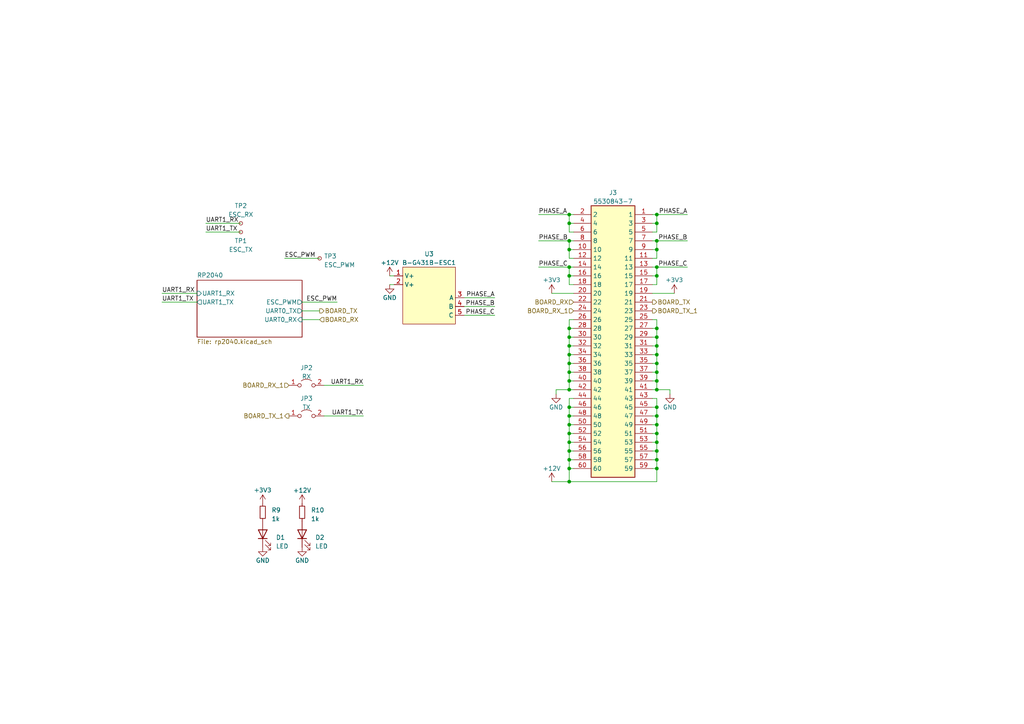
<source format=kicad_sch>
(kicad_sch (version 20230409) (generator eeschema)
  (paper "A4")
  (lib_symbols
    (symbol "B-G431B-ESC1:B-G431B-ESC1"
      (property "Reference" "U" (at -6.35 10.16 0))
      (property "Value" "B-G431B-ESC1" (at 0 -8.89 0))
      (symbol "B-G431B-ESC1_1_1"
        (rectangle (start -7.62 8.89) (end 7.62 -7.62) (fill (type background)))
        (pin power_in line (at -10.16 6.35 0) (length 2.54) (name "V+") (number "1"))
        (pin power_in line (at -10.16 3.81 0) (length 2.54) (name "V+") (number "2"))
        (pin output line (at 10.16 0 180) (length 2.54) (name "A") (number "3"))
        (pin output line (at 10.16 -2.54 180) (length 2.54) (name "B") (number "4"))
        (pin output line (at 10.16 -5.08 180) (length 2.54) (name "C") (number "5"))
      )
    )
    (symbol "Card_Edge:5530843-7"
      (property "Reference" "J" (at 19.05 7.62 0))
      (property "Value" "5530843-7" (at 19.05 5.08 0))
      (symbol "5530843-7_1_1"
        (rectangle (start 5.08 2.54) (end 17.78 -76.2) (stroke (width 0.254)) (fill (type background)))
        (pin passive line (at 22.86 0 180) (length 5.08) (name "1") (number "1"))
        (pin passive line (at 0 -10.16 0) (length 5.08) (name "10") (number "10"))
        (pin passive line (at 22.86 -12.7 180) (length 5.08) (name "11") (number "11"))
        (pin passive line (at 0 -12.7 0) (length 5.08) (name "12") (number "12"))
        (pin passive line (at 22.86 -15.24 180) (length 5.08) (name "13") (number "13"))
        (pin passive line (at 0 -15.24 0) (length 5.08) (name "14") (number "14"))
        (pin passive line (at 22.86 -17.78 180) (length 5.08) (name "15") (number "15"))
        (pin passive line (at 0 -17.78 0) (length 5.08) (name "16") (number "16"))
        (pin passive line (at 22.86 -20.32 180) (length 5.08) (name "17") (number "17"))
        (pin passive line (at 0 -20.32 0) (length 5.08) (name "18") (number "18"))
        (pin passive line (at 22.86 -22.86 180) (length 5.08) (name "19") (number "19"))
        (pin passive line (at 0 0 0) (length 5.08) (name "2") (number "2"))
        (pin passive line (at 0 -22.86 0) (length 5.08) (name "20") (number "20"))
        (pin passive line (at 22.86 -25.4 180) (length 5.08) (name "21") (number "21"))
        (pin passive line (at 0 -25.4 0) (length 5.08) (name "22") (number "22"))
        (pin passive line (at 22.86 -27.94 180) (length 5.08) (name "23") (number "23"))
        (pin passive line (at 0 -27.94 0) (length 5.08) (name "24") (number "24"))
        (pin passive line (at 22.86 -30.48 180) (length 5.08) (name "25") (number "25"))
        (pin passive line (at 0 -30.48 0) (length 5.08) (name "26") (number "26"))
        (pin passive line (at 22.86 -33.02 180) (length 5.08) (name "27") (number "27"))
        (pin passive line (at 0 -33.02 0) (length 5.08) (name "28") (number "28"))
        (pin passive line (at 22.86 -35.56 180) (length 5.08) (name "29") (number "29"))
        (pin passive line (at 22.86 -2.54 180) (length 5.08) (name "3") (number "3"))
        (pin passive line (at 0 -35.56 0) (length 5.08) (name "30") (number "30"))
        (pin passive line (at 22.86 -38.1 180) (length 5.08) (name "31") (number "31"))
        (pin passive line (at 0 -38.1 0) (length 5.08) (name "32") (number "32"))
        (pin passive line (at 22.86 -40.64 180) (length 5.08) (name "33") (number "33"))
        (pin passive line (at 0 -40.64 0) (length 5.08) (name "34") (number "34"))
        (pin passive line (at 22.86 -43.18 180) (length 5.08) (name "35") (number "35"))
        (pin passive line (at 0 -43.18 0) (length 5.08) (name "36") (number "36"))
        (pin passive line (at 22.86 -45.72 180) (length 5.08) (name "37") (number "37"))
        (pin passive line (at 0 -45.72 0) (length 5.08) (name "38") (number "38"))
        (pin passive line (at 22.86 -48.26 180) (length 5.08) (name "39") (number "39"))
        (pin passive line (at 0 -2.54 0) (length 5.08) (name "4") (number "4"))
        (pin passive line (at 0 -48.26 0) (length 5.08) (name "40") (number "40"))
        (pin passive line (at 22.86 -50.8 180) (length 5.08) (name "41") (number "41"))
        (pin passive line (at 0 -50.8 0) (length 5.08) (name "42") (number "42"))
        (pin passive line (at 22.86 -53.34 180) (length 5.08) (name "43") (number "43"))
        (pin passive line (at 0 -53.34 0) (length 5.08) (name "44") (number "44"))
        (pin passive line (at 22.86 -55.88 180) (length 5.08) (name "45") (number "45"))
        (pin passive line (at 0 -55.88 0) (length 5.08) (name "46") (number "46"))
        (pin passive line (at 22.86 -58.42 180) (length 5.08) (name "47") (number "47"))
        (pin passive line (at 0 -58.42 0) (length 5.08) (name "48") (number "48"))
        (pin passive line (at 22.86 -60.96 180) (length 5.08) (name "49") (number "49"))
        (pin passive line (at 22.86 -5.08 180) (length 5.08) (name "5") (number "5"))
        (pin passive line (at 0 -60.96 0) (length 5.08) (name "50") (number "50"))
        (pin passive line (at 22.86 -63.5 180) (length 5.08) (name "51") (number "51"))
        (pin passive line (at 0 -63.5 0) (length 5.08) (name "52") (number "52"))
        (pin passive line (at 22.86 -66.04 180) (length 5.08) (name "53") (number "53"))
        (pin passive line (at 0 -66.04 0) (length 5.08) (name "54") (number "54"))
        (pin passive line (at 22.86 -68.58 180) (length 5.08) (name "55") (number "55"))
        (pin passive line (at 0 -68.58 0) (length 5.08) (name "56") (number "56"))
        (pin passive line (at 22.86 -71.12 180) (length 5.08) (name "57") (number "57"))
        (pin passive line (at 0 -71.12 0) (length 5.08) (name "58") (number "58"))
        (pin passive line (at 22.86 -73.66 180) (length 5.08) (name "59") (number "59"))
        (pin passive line (at 0 -5.08 0) (length 5.08) (name "6") (number "6"))
        (pin passive line (at 0 -73.66 0) (length 5.08) (name "60") (number "60"))
        (pin passive line (at 22.86 -7.62 180) (length 5.08) (name "7") (number "7"))
        (pin passive line (at 0 -7.62 0) (length 5.08) (name "8") (number "8"))
        (pin passive line (at 22.86 -10.16 180) (length 5.08) (name "9") (number "9"))
      )
    )
    (symbol "Connector:TestPoint_Small" (pin_numbers hide) (pin_names (offset 0.762) hide)
      (property "Reference" "TP" (at 0 3.81 0))
      (property "Value" "TestPoint_Small" (at 0 2.032 0))
      (symbol "TestPoint_Small_0_1"
        (circle (center 0 0) (radius 0.508))
      )
      (symbol "TestPoint_Small_1_1"
        (pin passive line (at 0 0 90) (length 0) (name "1") (number "1"))
      )
    )
    (symbol "Device:LED" (pin_numbers hide) (pin_names (offset 1.016) hide)
      (property "Reference" "D" (at 0 2.54 0))
      (property "Value" "LED" (at 0 -2.54 0))
      (symbol "LED_0_1"
        (polyline (pts (xy -1.27 -1.27) (xy -1.27 1.27)) (stroke (width 0.254)))
        (polyline (pts (xy -1.27 0) (xy 1.27 0)))
        (polyline (pts (xy 1.27 -1.27) (xy 1.27 1.27) (xy -1.27 0) (xy 1.27 -1.27)) (stroke (width 0.254)))
        (polyline (pts (xy -3.048 -0.762) (xy -4.572 -2.286) (xy -3.81 -2.286) (xy -4.572 -2.286) (xy -4.572 -1.524)))
        (polyline (pts (xy -1.778 -0.762) (xy -3.302 -2.286) (xy -2.54 -2.286) (xy -3.302 -2.286) (xy -3.302 -1.524)))
      )
      (symbol "LED_1_1"
        (pin passive line (at -3.81 0 0) (length 2.54) (name "K") (number "1"))
        (pin passive line (at 3.81 0 180) (length 2.54) (name "A") (number "2"))
      )
    )
    (symbol "Device:R_Small" (pin_numbers hide) (pin_names (offset 0.254) hide)
      (property "Reference" "R" (at 0.762 0.508 0))
      (property "Value" "R_Small" (at 0.762 -1.016 0))
      (symbol "R_Small_0_1"
        (rectangle (start -0.762 1.778) (end 0.762 -1.778) (stroke (width 0.2032)))
      )
      (symbol "R_Small_1_1"
        (pin passive line (at 0 2.54 270) (length 0.762) (name "~") (number "1"))
        (pin passive line (at 0 -2.54 90) (length 0.762) (name "~") (number "2"))
      )
    )
    (symbol "Jumper:Jumper_2_Open" (pin_names (offset 0) hide)
      (property "Reference" "JP" (at 0 2.794 0))
      (property "Value" "Jumper_2_Open" (at 0 -2.286 0))
      (symbol "Jumper_2_Open_0_0"
        (circle (center -2.032 0) (radius 0.508))
        (circle (center 2.032 0) (radius 0.508))
      )
      (symbol "Jumper_2_Open_0_1"
        (arc (start 1.524 1.27) (mid 0 1.778) (end -1.524 1.27))
      )
      (symbol "Jumper_2_Open_1_1"
        (pin passive line (at -5.08 0 0) (length 2.54) (name "A") (number "1"))
        (pin passive line (at 5.08 0 180) (length 2.54) (name "B") (number "2"))
      )
    )
    (symbol "power:+12V" (power) (pin_names (offset 0))
      (property "Value" "+12V" (at 0 3.556 0))
      (symbol "+12V_0_1"
        (polyline (pts (xy -0.762 1.27) (xy 0 2.54)))
        (polyline (pts (xy 0 0) (xy 0 2.54)))
        (polyline (pts (xy 0 2.54) (xy 0.762 1.27)))
      )
      (symbol "+12V_1_1"
        (pin power_in line (at 0 0 90) (length 0) hide (name "+12V") (number "1"))
      )
    )
    (symbol "power:+3.3V" (power) (pin_names (offset 0))
      (property "Value" "+3.3V" (at 0 3.556 0))
      (symbol "+3.3V_0_1"
        (polyline (pts (xy -0.762 1.27) (xy 0 2.54)))
        (polyline (pts (xy 0 0) (xy 0 2.54)))
        (polyline (pts (xy 0 2.54) (xy 0.762 1.27)))
      )
      (symbol "+3.3V_1_1"
        (pin power_in line (at 0 0 90) (length 0) hide (name "+3.3V") (number "1"))
      )
    )
    (symbol "power:GND" (power) (pin_names (offset 0))
      (property "Value" "GND" (at 0 -3.81 0))
      (symbol "GND_0_1"
        (polyline (pts (xy 0 0) (xy 0 -1.27) (xy 1.27 -1.27) (xy 0 -2.54) (xy -1.27 -1.27) (xy 0 -1.27)))
      )
      (symbol "GND_1_1"
        (pin power_in line (at 0 0 270) (length 0) hide (name "GND") (number "1"))
      )
    )
  )
  (junction (at 165.1 77.47))
  (junction (at 165.1 118.11))
  (junction (at 190.5 80.01))
  (junction (at 165.1 139.7))
  (junction (at 165.1 130.81))
  (junction (at 190.5 62.23))
  (junction (at 165.1 62.23))
  (junction (at 165.1 125.73))
  (junction (at 165.1 110.49))
  (junction (at 190.5 72.39))
  (junction (at 165.1 120.65))
  (junction (at 165.1 72.39))
  (junction (at 190.5 102.87))
  (junction (at 190.5 135.89))
  (junction (at 165.1 80.01))
  (junction (at 165.1 107.95))
  (junction (at 190.5 128.27))
  (junction (at 190.5 100.33))
  (junction (at 165.1 100.33))
  (junction (at 165.1 135.89))
  (junction (at 190.5 77.47))
  (junction (at 165.1 128.27))
  (junction (at 165.1 105.41))
  (junction (at 165.1 64.77))
  (junction (at 190.5 105.41))
  (junction (at 190.5 120.65))
  (junction (at 190.5 125.73))
  (junction (at 190.5 118.11))
  (junction (at 190.5 113.03))
  (junction (at 190.5 133.35))
  (junction (at 165.1 113.03))
  (junction (at 190.5 97.79))
  (junction (at 165.1 102.87))
  (junction (at 165.1 123.19))
  (junction (at 165.1 69.85))
  (junction (at 190.5 123.19))
  (junction (at 190.5 110.49))
  (junction (at 190.5 95.25))
  (junction (at 190.5 130.81))
  (junction (at 165.1 133.35))
  (junction (at 165.1 95.25))
  (junction (at 190.5 64.77))
  (junction (at 190.5 69.85))
  (junction (at 190.5 107.95))
  (junction (at 165.1 97.79))
  (wire (pts (xy 156.21 62.23) (xy 165.1 62.23)))
  (wire (pts (xy 165.1 120.65) (xy 166.37 120.65)))
  (wire (pts (xy 165.1 113.03) (xy 161.29 113.03)))
  (wire (pts (xy 165.1 100.33) (xy 165.1 102.87)))
  (wire (pts (xy 165.1 135.89) (xy 165.1 139.7)))
  (wire (pts (xy 165.1 107.95) (xy 166.37 107.95)))
  (wire (pts (xy 134.62 86.36) (xy 143.51 86.36)))
  (wire (pts (xy 190.5 113.03) (xy 194.31 113.03)))
  (wire (pts (xy 190.5 82.55) (xy 189.23 82.55)))
  (wire (pts (xy 161.29 113.03) (xy 161.29 114.3)))
  (wire (pts (xy 113.03 80.01) (xy 114.3 80.01)))
  (wire (pts (xy 165.1 125.73) (xy 165.1 128.27)))
  (wire (pts (xy 93.98 111.76) (xy 105.41 111.76)))
  (wire (pts (xy 165.1 135.89) (xy 166.37 135.89)))
  (wire (pts (xy 189.23 105.41) (xy 190.5 105.41)))
  (wire (pts (xy 165.1 64.77) (xy 165.1 67.31)))
  (wire (pts (xy 166.37 123.19) (xy 165.1 123.19)))
  (wire (pts (xy 190.5 139.7) (xy 190.5 135.89)))
  (wire (pts (xy 190.5 125.73) (xy 190.5 123.19)))
  (wire (pts (xy 190.5 118.11) (xy 190.5 115.57)))
  (wire (pts (xy 189.23 97.79) (xy 190.5 97.79)))
  (wire (pts (xy 165.1 69.85) (xy 165.1 72.39)))
  (wire (pts (xy 190.5 130.81) (xy 190.5 128.27)))
  (wire (pts (xy 190.5 133.35) (xy 190.5 130.81)))
  (wire (pts (xy 166.37 92.71) (xy 165.1 92.71)))
  (wire (pts (xy 59.69 67.31) (xy 69.85 67.31)))
  (wire (pts (xy 165.1 133.35) (xy 166.37 133.35)))
  (wire (pts (xy 190.5 62.23) (xy 190.5 64.77)))
  (wire (pts (xy 165.1 125.73) (xy 166.37 125.73)))
  (wire (pts (xy 189.23 69.85) (xy 190.5 69.85)))
  (wire (pts (xy 189.23 128.27) (xy 190.5 128.27)))
  (wire (pts (xy 190.5 69.85) (xy 199.39 69.85)))
  (wire (pts (xy 165.1 72.39) (xy 165.1 74.93)))
  (wire (pts (xy 190.5 95.25) (xy 190.5 97.79)))
  (wire (pts (xy 190.5 64.77) (xy 190.5 67.31)))
  (wire (pts (xy 87.63 92.71) (xy 92.71 92.71)))
  (wire (pts (xy 189.23 77.47) (xy 190.5 77.47)))
  (wire (pts (xy 190.5 102.87) (xy 190.5 105.41)))
  (wire (pts (xy 189.23 64.77) (xy 190.5 64.77)))
  (wire (pts (xy 165.1 72.39) (xy 166.37 72.39)))
  (wire (pts (xy 189.23 125.73) (xy 190.5 125.73)))
  (wire (pts (xy 165.1 128.27) (xy 166.37 128.27)))
  (wire (pts (xy 165.1 110.49) (xy 165.1 113.03)))
  (wire (pts (xy 190.5 107.95) (xy 190.5 110.49)))
  (wire (pts (xy 190.5 74.93) (xy 189.23 74.93)))
  (wire (pts (xy 190.5 120.65) (xy 190.5 118.11)))
  (wire (pts (xy 190.5 110.49) (xy 190.5 113.03)))
  (wire (pts (xy 46.99 87.63) (xy 57.15 87.63)))
  (wire (pts (xy 165.1 130.81) (xy 165.1 133.35)))
  (wire (pts (xy 156.21 69.85) (xy 165.1 69.85)))
  (wire (pts (xy 156.21 77.47) (xy 165.1 77.47)))
  (wire (pts (xy 189.23 92.71) (xy 190.5 92.71)))
  (wire (pts (xy 165.1 130.81) (xy 166.37 130.81)))
  (wire (pts (xy 165.1 74.93) (xy 166.37 74.93)))
  (wire (pts (xy 82.55 74.93) (xy 92.71 74.93)))
  (wire (pts (xy 190.5 77.47) (xy 190.5 80.01)))
  (wire (pts (xy 165.1 115.57) (xy 165.1 118.11)))
  (wire (pts (xy 165.1 97.79) (xy 166.37 97.79)))
  (wire (pts (xy 166.37 69.85) (xy 165.1 69.85)))
  (wire (pts (xy 165.1 133.35) (xy 165.1 135.89)))
  (wire (pts (xy 134.62 88.9) (xy 143.51 88.9)))
  (wire (pts (xy 190.5 69.85) (xy 190.5 72.39)))
  (wire (pts (xy 165.1 118.11) (xy 166.37 118.11)))
  (wire (pts (xy 190.5 123.19) (xy 190.5 120.65)))
  (wire (pts (xy 165.1 82.55) (xy 166.37 82.55)))
  (wire (pts (xy 190.5 113.03) (xy 189.23 113.03)))
  (wire (pts (xy 165.1 102.87) (xy 165.1 105.41)))
  (wire (pts (xy 190.5 105.41) (xy 190.5 107.95)))
  (wire (pts (xy 190.5 72.39) (xy 190.5 74.93)))
  (wire (pts (xy 165.1 67.31) (xy 166.37 67.31)))
  (wire (pts (xy 189.23 130.81) (xy 190.5 130.81)))
  (wire (pts (xy 190.5 97.79) (xy 190.5 100.33)))
  (wire (pts (xy 165.1 120.65) (xy 165.1 123.19)))
  (wire (pts (xy 189.23 95.25) (xy 190.5 95.25)))
  (wire (pts (xy 166.37 77.47) (xy 165.1 77.47)))
  (wire (pts (xy 189.23 80.01) (xy 190.5 80.01)))
  (wire (pts (xy 165.1 128.27) (xy 165.1 130.81)))
  (wire (pts (xy 165.1 102.87) (xy 166.37 102.87)))
  (wire (pts (xy 190.5 92.71) (xy 190.5 95.25)))
  (wire (pts (xy 46.99 85.09) (xy 57.15 85.09)))
  (wire (pts (xy 165.1 118.11) (xy 165.1 120.65)))
  (wire (pts (xy 190.5 100.33) (xy 190.5 102.87)))
  (wire (pts (xy 190.5 62.23) (xy 199.39 62.23)))
  (wire (pts (xy 165.1 64.77) (xy 166.37 64.77)))
  (wire (pts (xy 165.1 95.25) (xy 166.37 95.25)))
  (wire (pts (xy 190.5 67.31) (xy 189.23 67.31)))
  (wire (pts (xy 190.5 135.89) (xy 190.5 133.35)))
  (wire (pts (xy 189.23 62.23) (xy 190.5 62.23)))
  (wire (pts (xy 166.37 62.23) (xy 165.1 62.23)))
  (wire (pts (xy 165.1 100.33) (xy 166.37 100.33)))
  (wire (pts (xy 59.69 64.77) (xy 69.85 64.77)))
  (wire (pts (xy 189.23 118.11) (xy 190.5 118.11)))
  (wire (pts (xy 113.03 82.55) (xy 114.3 82.55)))
  (wire (pts (xy 165.1 62.23) (xy 165.1 64.77)))
  (wire (pts (xy 189.23 120.65) (xy 190.5 120.65)))
  (wire (pts (xy 189.23 123.19) (xy 190.5 123.19)))
  (wire (pts (xy 195.58 85.09) (xy 189.23 85.09)))
  (wire (pts (xy 190.5 77.47) (xy 199.39 77.47)))
  (wire (pts (xy 87.63 87.63) (xy 97.79 87.63)))
  (wire (pts (xy 189.23 102.87) (xy 190.5 102.87)))
  (wire (pts (xy 190.5 80.01) (xy 190.5 82.55)))
  (wire (pts (xy 165.1 123.19) (xy 165.1 125.73)))
  (wire (pts (xy 194.31 113.03) (xy 194.31 114.3)))
  (wire (pts (xy 189.23 135.89) (xy 190.5 135.89)))
  (wire (pts (xy 93.98 120.65) (xy 105.41 120.65)))
  (wire (pts (xy 189.23 72.39) (xy 190.5 72.39)))
  (wire (pts (xy 189.23 107.95) (xy 190.5 107.95)))
  (wire (pts (xy 165.1 107.95) (xy 165.1 110.49)))
  (wire (pts (xy 160.02 85.09) (xy 166.37 85.09)))
  (wire (pts (xy 189.23 115.57) (xy 190.5 115.57)))
  (wire (pts (xy 165.1 77.47) (xy 165.1 80.01)))
  (wire (pts (xy 165.1 139.7) (xy 190.5 139.7)))
  (wire (pts (xy 190.5 128.27) (xy 190.5 125.73)))
  (wire (pts (xy 134.62 91.44) (xy 143.51 91.44)))
  (wire (pts (xy 165.1 95.25) (xy 165.1 97.79)))
  (wire (pts (xy 87.63 90.17) (xy 92.71 90.17)))
  (wire (pts (xy 189.23 133.35) (xy 190.5 133.35)))
  (wire (pts (xy 165.1 105.41) (xy 166.37 105.41)))
  (wire (pts (xy 165.1 80.01) (xy 166.37 80.01)))
  (wire (pts (xy 165.1 80.01) (xy 165.1 82.55)))
  (wire (pts (xy 165.1 110.49) (xy 166.37 110.49)))
  (wire (pts (xy 165.1 105.41) (xy 165.1 107.95)))
  (wire (pts (xy 165.1 113.03) (xy 166.37 113.03)))
  (wire (pts (xy 160.02 139.7) (xy 165.1 139.7)))
  (wire (pts (xy 165.1 92.71) (xy 165.1 95.25)))
  (wire (pts (xy 189.23 100.33) (xy 190.5 100.33)))
  (wire (pts (xy 166.37 115.57) (xy 165.1 115.57)))
  (wire (pts (xy 165.1 97.79) (xy 165.1 100.33)))
  (wire (pts (xy 189.23 110.49) (xy 190.5 110.49)))
  (label "UART1_RX" (at 46.99 85.09 0))
  (label "UART1_RX" (at 105.41 111.76 180))
  (label "PHASE_A" (at 199.39 62.23 180))
  (label "PHASE_B" (at 143.51 88.9 180))
  (label "ESC_PWM" (at 82.55 74.93 0))
  (label "UART1_TX" (at 105.41 120.65 180))
  (label "PHASE_B" (at 199.39 69.85 180))
  (label "UART1_RX" (at 59.69 64.77 0))
  (label "ESC_PWM" (at 97.79 87.63 180))
  (label "PHASE_C" (at 143.51 91.44 180))
  (label "PHASE_A" (at 156.21 62.23 0))
  (label "PHASE_C" (at 156.21 77.47 0))
  (label "UART1_TX" (at 46.99 87.63 0))
  (label "UART1_TX" (at 59.69 67.31 0))
  (label "PHASE_B" (at 156.21 69.85 0))
  (label "PHASE_C" (at 199.39 77.47 180))
  (label "PHASE_A" (at 143.51 86.36 180))
  (hierarchical_label "BOARD_TX" (shape output) (at 92.71 90.17 0))
  (hierarchical_label "BOARD_TX" (shape output) (at 189.23 87.63 0))
  (hierarchical_label "BOARD_TX_1" (shape output) (at 83.82 120.65 180))
  (hierarchical_label "BOARD_RX_1" (shape input) (at 166.37 90.17 180))
  (hierarchical_label "BOARD_RX_1" (shape input) (at 83.82 111.76 180))
  (hierarchical_label "BOARD_RX" (shape input) (at 92.71 92.71 0))
  (hierarchical_label "BOARD_TX_1" (shape output) (at 189.23 90.17 0))
  (hierarchical_label "BOARD_RX" (shape input) (at 166.37 87.63 180))
  (symbol (lib_id "Connector:TestPoint_Small") (at 69.85 64.77 0) (unit 1)
    (property "Reference" "TP2" (at 69.85 59.69 0))
    (property "Value" "ESC_RX" (at 69.85 62.23 0))
    (property "Footprint" "TestPoint:TestPoint_THTPad_D2.5mm_Drill1.2mm" (effects hide))
  )
  (symbol (lib_id "Connector:TestPoint_Small") (at 69.85 67.31 270) (unit 1)
    (property "Reference" "TP1" (at 69.85 69.85 90))
    (property "Value" "ESC_TX" (at 69.85 72.39 90))
    (property "Footprint" "TestPoint:TestPoint_THTPad_D2.5mm_Drill1.2mm" (effects hide))
  )
  (symbol (lib_id "Jumper:Jumper_2_Open") (at 88.9 120.65 0) (unit 1)
    (property "Reference" "JP3" (at 88.9 115.57 0))
    (property "Value" "TX" (at 88.9 118.11 0))
    (property "Footprint" "Jumper:SolderJumper-2_P1.3mm_Open_RoundedPad1.0x1.5mm" (effects hide))
  )
  (symbol (lib_id "Device:R_Small") (at 76.2 148.59 0) (unit 1)
    (property "Reference" "R9" (at 78.74 147.955 0) (effects (justify left)))
    (property "Value" "1k" (at 78.74 150.495 0) (effects (justify left)))
    (property "Footprint" "Resistor_SMD:R_0402_1005Metric" (effects hide))
  )
  (symbol (lib_id "power:GND") (at 113.03 82.55 0) (unit 1)
    (property "Reference" "#PWR029" (effects hide))
    (property "Value" "GND" (at 113.03 86.36 0))
  )
  (symbol (lib_id "Card_Edge:5530843-7") (at 166.37 62.23 0) (unit 1)
    (property "Reference" "J3" (at 177.8 55.88 0))
    (property "Value" "5530843-7" (at 177.8 58.42 0))
    (property "Footprint" "5530843-7_PCB_Edge:TE_5530843-7_PCB_Edge" (effects hide))
    (property "Datasheet" "http://www.te.com/commerce/DocumentDelivery/DDEController?Action=srchrtrv&DocNm=5530843&DocType=Customer+Drawing&DocLang=English" (effects hide))
    (property "Height" "15.494" (effects hide))
    (property "Manufacturer_Name" "TE Connectivity" (effects hide))
    (property "Manufacturer_Part_Number" "5530843-7" (effects hide))
    (property "Mouser Part Number" "571-5530843-7" (effects hide))
    (property "Mouser Price/Stock" "https://www.mouser.co.uk/ProductDetail/TE-Connectivity/5530843-7?qs=CWN9I2qbSLtja0SlxvLT%2FQ%3D%3D" (effects hide))
    (property "Arrow Part Number" "5530843-7" (effects hide))
    (property "Arrow Price/Stock" "https://www.arrow.com/en/products/5530843-7/te-connectivity" (effects hide))
  )
  (symbol (lib_id "B-G431B-ESC1:B-G431B-ESC1") (at 124.46 86.36 0) (unit 1)
    (property "Reference" "U3" (at 124.46 73.66 0))
    (property "Value" "B-G431B-ESC1" (at 124.46 76.2 0))
    (property "Footprint" "B-G431B-ESC1:B-G431B-ESC1_MOUNT" (effects hide))
  )
  (symbol (lib_id "Device:LED") (at 87.63 154.94 90) (unit 1)
    (property "Reference" "D2" (at 91.44 155.8925 90) (effects (justify right)))
    (property "Value" "LED" (at 91.44 158.4325 90) (effects (justify right)))
    (property "Footprint" "LED_SMD:LED_0603_1608Metric" (effects hide))
  )
  (symbol (lib_id "Connector:TestPoint_Small") (at 92.71 74.93 0) (unit 1)
    (property "Reference" "TP3" (at 93.98 74.295 0) (effects (justify left)))
    (property "Value" "ESC_PWM" (at 93.98 76.835 0) (effects (justify left)))
    (property "Footprint" "TestPoint:TestPoint_THTPad_D2.5mm_Drill1.2mm" (effects hide))
  )
  (symbol (lib_id "power:+3.3V") (at 160.02 85.09 0) (unit 1)
    (property "Reference" "#PWR030" (effects hide))
    (property "Value" "+3V3" (at 160.02 81.28 0))
  )
  (symbol (lib_id "power:GND") (at 194.31 114.3 0) (unit 1)
    (property "Reference" "#PWR028" (effects hide))
    (property "Value" "GND" (at 194.31 118.11 0))
  )
  (symbol (lib_id "power:+12V") (at 113.03 80.01 0) (unit 1)
    (property "Reference" "#PWR033" (effects hide))
    (property "Value" "+12V" (at 113.03 76.2 0))
  )
  (symbol (lib_id "power:+12V") (at 160.02 139.7 0) (unit 1)
    (property "Reference" "#PWR032" (effects hide))
    (property "Value" "+12V" (at 160.02 135.89 0))
  )
  (symbol (lib_id "power:+3.3V") (at 195.58 85.09 0) (unit 1)
    (property "Reference" "#PWR031" (effects hide))
    (property "Value" "+3V3" (at 195.58 81.28 0))
  )
  (symbol (lib_id "power:GND") (at 76.2 158.75 0) (unit 1)
    (property "Reference" "#PWR035" (effects hide))
    (property "Value" "GND" (at 76.2 162.56 0))
  )
  (symbol (lib_id "power:+12V") (at 87.63 146.05 0) (unit 1)
    (property "Reference" "#PWR036" (effects hide))
    (property "Value" "+12V" (at 87.63 142.24 0))
  )
  (symbol (lib_id "power:GND") (at 161.29 114.3 0) (unit 1)
    (property "Reference" "#PWR027" (effects hide))
    (property "Value" "GND" (at 161.29 118.11 0))
  )
  (symbol (lib_id "Device:LED") (at 76.2 154.94 90) (unit 1)
    (property "Reference" "D1" (at 80.01 155.8925 90) (effects (justify right)))
    (property "Value" "LED" (at 80.01 158.4325 90) (effects (justify right)))
    (property "Footprint" "LED_SMD:LED_0603_1608Metric" (effects hide))
  )
  (symbol (lib_id "Device:R_Small") (at 87.63 148.59 0) (unit 1)
    (property "Reference" "R10" (at 90.17 147.955 0) (effects (justify left)))
    (property "Value" "1k" (at 90.17 150.495 0) (effects (justify left)))
    (property "Footprint" "Resistor_SMD:R_0402_1005Metric" (effects hide))
  )
  (symbol (lib_id "Jumper:Jumper_2_Open") (at 88.9 111.76 0) (unit 1)
    (property "Reference" "JP2" (at 88.9 106.68 0))
    (property "Value" "RX" (at 88.9 109.22 0))
    (property "Footprint" "Jumper:SolderJumper-2_P1.3mm_Open_RoundedPad1.0x1.5mm" (effects hide))
  )
  (symbol (lib_id "power:GND") (at 87.63 158.75 0) (unit 1)
    (property "Reference" "#PWR037" (effects hide))
    (property "Value" "GND" (at 87.63 162.56 0))
  )
  (symbol (lib_id "power:+3.3V") (at 76.2 146.05 0) (unit 1)
    (property "Reference" "#PWR034" (effects hide))
    (property "Value" "+3V3" (at 76.2 142.24 0))
  )
  (sheet (at 57.15 81.28) (size 30.48 16.51) (stroke (width 0.1524))
    (property "Sheetname" "RP2040" (at 57.15 80.5684 0) (effects (justify left bottom)))
    (property "Sheetfile" "rp2040.kicad_sch" (at 57.15 98.3746 0) (effects (justify left top)))
    (pin "ESC_PWM" output (at 87.63 87.63 0))
    (pin "UART0_TX" output (at 87.63 90.17 0))
    (pin "UART0_RX" input (at 87.63 92.71 0))
    (pin "UART1_RX" input (at 57.15 85.09 180))
    (pin "UART1_TX" output (at 57.15 87.63 180))
  )
)
</source>
